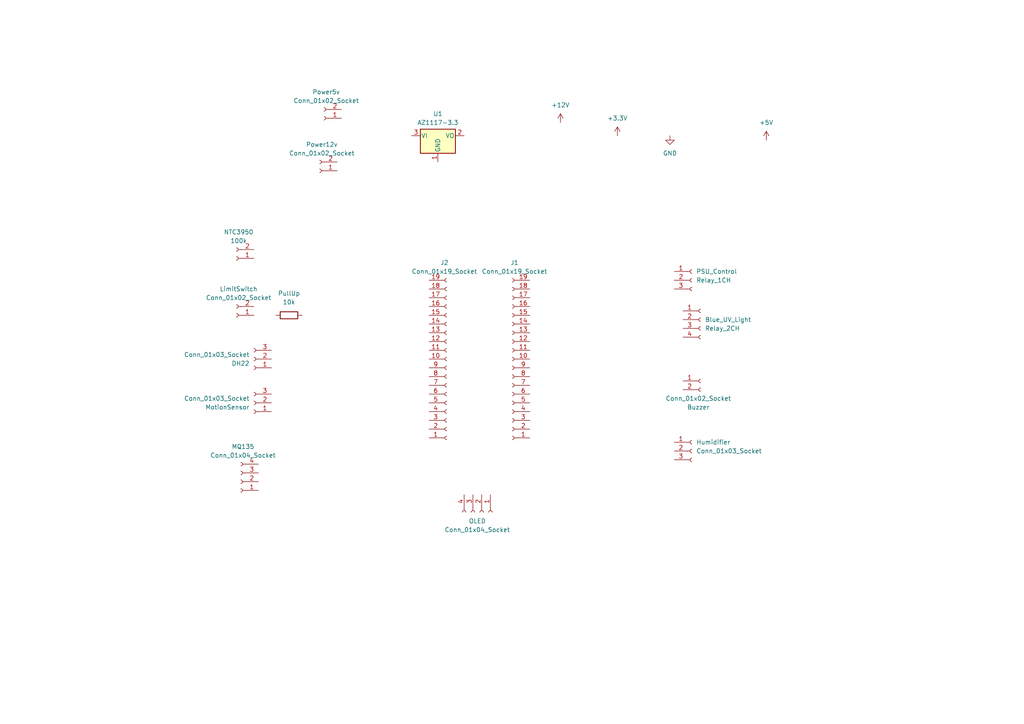
<source format=kicad_sch>
(kicad_sch (version 20230121) (generator eeschema)
  (paper "A4")
  (lib_symbols
    (symbol "Connector:Conn_01x02_Socket" (pin_names (offset 1.016) hide)
      (property "Reference" "J" (at 0 2.54 0))
      (property "Value" "Conn_01x02_Socket" (at 0 -5.08 0))
      (symbol "Conn_01x02_Socket_1_1"
        (arc (start 0 -2.032) (mid -0.5058 -2.54) (end 0 -3.048) (stroke (width 0.1524)))
        (polyline (pts (xy -1.27 -2.54) (xy -0.508 -2.54)) (stroke (width 0.1524)))
        (polyline (pts (xy -1.27 0) (xy -0.508 0)) (stroke (width 0.1524)))
        (arc (start 0 0.508) (mid -0.5058 0) (end 0 -0.508) (stroke (width 0.1524)))
        (pin passive line (at -5.08 0 0) (length 3.81) (name "Pin_1") (number "1"))
        (pin passive line (at -5.08 -2.54 0) (length 3.81) (name "Pin_2") (number "2"))
      )
    )
    (symbol "Connector:Conn_01x03_Socket" (pin_names (offset 1.016) hide)
      (property "Reference" "J" (at 0 5.08 0))
      (property "Value" "Conn_01x03_Socket" (at 0 -5.08 0))
      (symbol "Conn_01x03_Socket_1_1"
        (arc (start 0 -2.032) (mid -0.5058 -2.54) (end 0 -3.048) (stroke (width 0.1524)))
        (polyline (pts (xy -1.27 -2.54) (xy -0.508 -2.54)) (stroke (width 0.1524)))
        (polyline (pts (xy -1.27 0) (xy -0.508 0)) (stroke (width 0.1524)))
        (polyline (pts (xy -1.27 2.54) (xy -0.508 2.54)) (stroke (width 0.1524)))
        (arc (start 0 0.508) (mid -0.5058 0) (end 0 -0.508) (stroke (width 0.1524)))
        (arc (start 0 3.048) (mid -0.5058 2.54) (end 0 2.032) (stroke (width 0.1524)))
        (pin passive line (at -5.08 2.54 0) (length 3.81) (name "Pin_1") (number "1"))
        (pin passive line (at -5.08 0 0) (length 3.81) (name "Pin_2") (number "2"))
        (pin passive line (at -5.08 -2.54 0) (length 3.81) (name "Pin_3") (number "3"))
      )
    )
    (symbol "Connector:Conn_01x04_Socket" (pin_names (offset 1.016) hide)
      (property "Reference" "J" (at 0 5.08 0))
      (property "Value" "Conn_01x04_Socket" (at 0 -7.62 0))
      (symbol "Conn_01x04_Socket_1_1"
        (arc (start 0 -4.572) (mid -0.5058 -5.08) (end 0 -5.588) (stroke (width 0.1524)))
        (arc (start 0 -2.032) (mid -0.5058 -2.54) (end 0 -3.048) (stroke (width 0.1524)))
        (polyline (pts (xy -1.27 -5.08) (xy -0.508 -5.08)) (stroke (width 0.1524)))
        (polyline (pts (xy -1.27 -2.54) (xy -0.508 -2.54)) (stroke (width 0.1524)))
        (polyline (pts (xy -1.27 0) (xy -0.508 0)) (stroke (width 0.1524)))
        (polyline (pts (xy -1.27 2.54) (xy -0.508 2.54)) (stroke (width 0.1524)))
        (arc (start 0 0.508) (mid -0.5058 0) (end 0 -0.508) (stroke (width 0.1524)))
        (arc (start 0 3.048) (mid -0.5058 2.54) (end 0 2.032) (stroke (width 0.1524)))
        (pin passive line (at -5.08 2.54 0) (length 3.81) (name "Pin_1") (number "1"))
        (pin passive line (at -5.08 0 0) (length 3.81) (name "Pin_2") (number "2"))
        (pin passive line (at -5.08 -2.54 0) (length 3.81) (name "Pin_3") (number "3"))
        (pin passive line (at -5.08 -5.08 0) (length 3.81) (name "Pin_4") (number "4"))
      )
    )
    (symbol "Connector:Conn_01x19_Socket" (pin_names (offset 1.016) hide)
      (property "Reference" "J" (at 0 25.4 0))
      (property "Value" "Conn_01x19_Socket" (at 0 -25.4 0))
      (symbol "Conn_01x19_Socket_1_1"
        (arc (start 0 -22.352) (mid -0.5058 -22.86) (end 0 -23.368) (stroke (width 0.1524)))
        (arc (start 0 -19.812) (mid -0.5058 -20.32) (end 0 -20.828) (stroke (width 0.1524)))
        (arc (start 0 -17.272) (mid -0.5058 -17.78) (end 0 -18.288) (stroke (width 0.1524)))
        (arc (start 0 -14.732) (mid -0.5058 -15.24) (end 0 -15.748) (stroke (width 0.1524)))
        (arc (start 0 -12.192) (mid -0.5058 -12.7) (end 0 -13.208) (stroke (width 0.1524)))
        (arc (start 0 -9.652) (mid -0.5058 -10.16) (end 0 -10.668) (stroke (width 0.1524)))
        (arc (start 0 -7.112) (mid -0.5058 -7.62) (end 0 -8.128) (stroke (width 0.1524)))
        (arc (start 0 -4.572) (mid -0.5058 -5.08) (end 0 -5.588) (stroke (width 0.1524)))
        (arc (start 0 -2.032) (mid -0.5058 -2.54) (end 0 -3.048) (stroke (width 0.1524)))
        (polyline (pts (xy -1.27 -22.86) (xy -0.508 -22.86)) (stroke (width 0.1524)))
        (polyline (pts (xy -1.27 -20.32) (xy -0.508 -20.32)) (stroke (width 0.1524)))
        (polyline (pts (xy -1.27 -17.78) (xy -0.508 -17.78)) (stroke (width 0.1524)))
        (polyline (pts (xy -1.27 -15.24) (xy -0.508 -15.24)) (stroke (width 0.1524)))
        (polyline (pts (xy -1.27 -12.7) (xy -0.508 -12.7)) (stroke (width 0.1524)))
        (polyline (pts (xy -1.27 -10.16) (xy -0.508 -10.16)) (stroke (width 0.1524)))
        (polyline (pts (xy -1.27 -7.62) (xy -0.508 -7.62)) (stroke (width 0.1524)))
        (polyline (pts (xy -1.27 -5.08) (xy -0.508 -5.08)) (stroke (width 0.1524)))
        (polyline (pts (xy -1.27 -2.54) (xy -0.508 -2.54)) (stroke (width 0.1524)))
        (polyline (pts (xy -1.27 0) (xy -0.508 0)) (stroke (width 0.1524)))
        (polyline (pts (xy -1.27 2.54) (xy -0.508 2.54)) (stroke (width 0.1524)))
        (polyline (pts (xy -1.27 5.08) (xy -0.508 5.08)) (stroke (width 0.1524)))
        (polyline (pts (xy -1.27 7.62) (xy -0.508 7.62)) (stroke (width 0.1524)))
        (polyline (pts (xy -1.27 10.16) (xy -0.508 10.16)) (stroke (width 0.1524)))
        (polyline (pts (xy -1.27 12.7) (xy -0.508 12.7)) (stroke (width 0.1524)))
        (polyline (pts (xy -1.27 15.24) (xy -0.508 15.24)) (stroke (width 0.1524)))
        (polyline (pts (xy -1.27 17.78) (xy -0.508 17.78)) (stroke (width 0.1524)))
        (polyline (pts (xy -1.27 20.32) (xy -0.508 20.32)) (stroke (width 0.1524)))
        (polyline (pts (xy -1.27 22.86) (xy -0.508 22.86)) (stroke (width 0.1524)))
        (arc (start 0 0.508) (mid -0.5058 0) (end 0 -0.508) (stroke (width 0.1524)))
        (arc (start 0 3.048) (mid -0.5058 2.54) (end 0 2.032) (stroke (width 0.1524)))
        (arc (start 0 5.588) (mid -0.5058 5.08) (end 0 4.572) (stroke (width 0.1524)))
        (arc (start 0 8.128) (mid -0.5058 7.62) (end 0 7.112) (stroke (width 0.1524)))
        (arc (start 0 10.668) (mid -0.5058 10.16) (end 0 9.652) (stroke (width 0.1524)))
        (arc (start 0 13.208) (mid -0.5058 12.7) (end 0 12.192) (stroke (width 0.1524)))
        (arc (start 0 15.748) (mid -0.5058 15.24) (end 0 14.732) (stroke (width 0.1524)))
        (arc (start 0 18.288) (mid -0.5058 17.78) (end 0 17.272) (stroke (width 0.1524)))
        (arc (start 0 20.828) (mid -0.5058 20.32) (end 0 19.812) (stroke (width 0.1524)))
        (arc (start 0 23.368) (mid -0.5058 22.86) (end 0 22.352) (stroke (width 0.1524)))
        (pin passive line (at -5.08 22.86 0) (length 3.81) (name "Pin_1") (number "1"))
        (pin passive line (at -5.08 0 0) (length 3.81) (name "Pin_10") (number "10"))
        (pin passive line (at -5.08 -2.54 0) (length 3.81) (name "Pin_11") (number "11"))
        (pin passive line (at -5.08 -5.08 0) (length 3.81) (name "Pin_12") (number "12"))
        (pin passive line (at -5.08 -7.62 0) (length 3.81) (name "Pin_13") (number "13"))
        (pin passive line (at -5.08 -10.16 0) (length 3.81) (name "Pin_14") (number "14"))
        (pin passive line (at -5.08 -12.7 0) (length 3.81) (name "Pin_15") (number "15"))
        (pin passive line (at -5.08 -15.24 0) (length 3.81) (name "Pin_16") (number "16"))
        (pin passive line (at -5.08 -17.78 0) (length 3.81) (name "Pin_17") (number "17"))
        (pin passive line (at -5.08 -20.32 0) (length 3.81) (name "Pin_18") (number "18"))
        (pin passive line (at -5.08 -22.86 0) (length 3.81) (name "Pin_19") (number "19"))
        (pin passive line (at -5.08 20.32 0) (length 3.81) (name "Pin_2") (number "2"))
        (pin passive line (at -5.08 17.78 0) (length 3.81) (name "Pin_3") (number "3"))
        (pin passive line (at -5.08 15.24 0) (length 3.81) (name "Pin_4") (number "4"))
        (pin passive line (at -5.08 12.7 0) (length 3.81) (name "Pin_5") (number "5"))
        (pin passive line (at -5.08 10.16 0) (length 3.81) (name "Pin_6") (number "6"))
        (pin passive line (at -5.08 7.62 0) (length 3.81) (name "Pin_7") (number "7"))
        (pin passive line (at -5.08 5.08 0) (length 3.81) (name "Pin_8") (number "8"))
        (pin passive line (at -5.08 2.54 0) (length 3.81) (name "Pin_9") (number "9"))
      )
    )
    (symbol "Device:R" (pin_numbers hide) (pin_names (offset 0))
      (property "Reference" "R" (at 2.032 0 90))
      (property "Value" "R" (at 0 0 90))
      (symbol "R_0_1"
        (rectangle (start -1.016 -2.54) (end 1.016 2.54) (stroke (width 0.254)))
      )
      (symbol "R_1_1"
        (pin passive line (at 0 3.81 270) (length 1.27) (name "~") (number "1"))
        (pin passive line (at 0 -3.81 90) (length 1.27) (name "~") (number "2"))
      )
    )
    (symbol "Regulator_Linear:AZ1117-3.3" (pin_names (offset 0.254))
      (property "Reference" "U" (at -3.81 3.175 0))
      (property "Value" "AZ1117-3.3" (at 0 3.175 0))
      (symbol "AZ1117-3.3_0_1"
        (rectangle (start -5.08 1.905) (end 5.08 -5.08) (stroke (width 0.254)) (fill (type background)))
      )
      (symbol "AZ1117-3.3_1_1"
        (pin power_in line (at 0 -7.62 90) (length 2.54) (name "GND") (number "1"))
        (pin power_out line (at 7.62 0 180) (length 2.54) (name "VO") (number "2"))
        (pin power_in line (at -7.62 0 0) (length 2.54) (name "VI") (number "3"))
      )
    )
    (symbol "power:+12V" (power) (pin_names (offset 0))
      (property "Value" "+12V" (at 0 3.556 0))
      (symbol "+12V_0_1"
        (polyline (pts (xy -0.762 1.27) (xy 0 2.54)))
        (polyline (pts (xy 0 0) (xy 0 2.54)))
        (polyline (pts (xy 0 2.54) (xy 0.762 1.27)))
      )
      (symbol "+12V_1_1"
        (pin power_in line (at 0 0 90) (length 0) hide (name "+12V") (number "1"))
      )
    )
    (symbol "power:+3.3V" (power) (pin_names (offset 0))
      (property "Value" "+3.3V" (at 0 3.556 0))
      (symbol "+3.3V_0_1"
        (polyline (pts (xy -0.762 1.27) (xy 0 2.54)))
        (polyline (pts (xy 0 0) (xy 0 2.54)))
        (polyline (pts (xy 0 2.54) (xy 0.762 1.27)))
      )
      (symbol "+3.3V_1_1"
        (pin power_in line (at 0 0 90) (length 0) hide (name "+3.3V") (number "1"))
      )
    )
    (symbol "power:+5V" (power) (pin_names (offset 0))
      (property "Value" "+5V" (at 0 3.556 0))
      (symbol "+5V_0_1"
        (polyline (pts (xy -0.762 1.27) (xy 0 2.54)))
        (polyline (pts (xy 0 0) (xy 0 2.54)))
        (polyline (pts (xy 0 2.54) (xy 0.762 1.27)))
      )
      (symbol "+5V_1_1"
        (pin power_in line (at 0 0 90) (length 0) hide (name "+5V") (number "1"))
      )
    )
    (symbol "power:GND" (power) (pin_names (offset 0))
      (property "Value" "GND" (at 0 -3.81 0))
      (symbol "GND_0_1"
        (polyline (pts (xy 0 0) (xy 0 -1.27) (xy 1.27 -1.27) (xy 0 -2.54) (xy -1.27 -1.27) (xy 0 -1.27)))
      )
      (symbol "GND_1_1"
        (pin power_in line (at 0 0 270) (length 0) hide (name "GND") (number "1"))
      )
    )
  )
  (symbol (lib_id "Connector:Conn_01x04_Socket") (at 139.7 148.59 270) (unit 1)
    (property "Reference" "OLED" (at 138.43 151.13 90))
    (property "Value" "Conn_01x04_Socket" (at 138.43 153.67 90))
    (property "Footprint" "Connector_JST:JST_EH_B4B-EH-A_1x04_P2.50mm_Vertical" (effects hide))
  )
  (symbol (lib_id "Connector:Conn_01x04_Socket") (at 203.2 92.71 0) (unit 1)
    (property "Reference" "Blue_UV_Light" (at 204.47 92.71 0) (effects (justify left)))
    (property "Value" "Relay_2CH" (at 204.47 95.25 0) (effects (justify left)))
    (property "Footprint" "Connector_JST:JST_EH_B4B-EH-A_1x04_P2.50mm_Vertical" (effects hide))
  )
  (symbol (lib_id "Connector:Conn_01x02_Socket") (at 93.98 34.29 180) (unit 1)
    (property "Reference" "Power5v" (at 94.615 26.67 0))
    (property "Value" "Conn_01x02_Socket" (at 94.615 29.21 0))
    (property "Footprint" "Connector_JST:JST_EH_B2B-EH-A_1x02_P2.50mm_Vertical" (effects hide))
  )
  (symbol (lib_id "power:GND") (at 194.31 39.37 0) (unit 1)
    (property "Reference" "#PWR04" (effects hide))
    (property "Value" "GND" (at 194.31 44.45 0))
  )
  (symbol (lib_id "Connector:Conn_01x19_Socket") (at 129.54 104.14 0) (mirror x) (unit 1)
    (property "Reference" "J2" (at 128.905 76.2 0))
    (property "Value" "Conn_01x19_Socket" (at 128.905 78.74 0))
  )
  (symbol (lib_id "Connector:Conn_01x03_Socket") (at 200.66 130.81 0) (unit 1)
    (property "Reference" "Humidifier" (at 201.93 128.27 0) (effects (justify left)))
    (property "Value" "Conn_01x03_Socket" (at 201.93 130.81 0) (effects (justify left)))
    (property "Footprint" "Connector_JST:JST_EH_B3B-EH-A_1x03_P2.50mm_Vertical" (effects hide))
  )
  (symbol (lib_id "Connector:Conn_01x03_Socket") (at 73.66 104.14 180) (unit 1)
    (property "Reference" "DH22" (at 72.39 105.41 0) (effects (justify left)))
    (property "Value" "Conn_01x03_Socket" (at 72.39 102.87 0) (effects (justify left)))
    (property "Footprint" "Connector_JST:JST_EH_B3B-EH-A_1x03_P2.50mm_Vertical" (effects hide))
  )
  (symbol (lib_id "power:+3.3V") (at 179.07 39.37 0) (unit 1)
    (property "Reference" "#PWR02" (effects hide))
    (property "Value" "+3.3V" (at 179.07 34.29 0))
  )
  (symbol (lib_id "Connector:Conn_01x19_Socket") (at 148.59 104.14 180) (unit 1)
    (property "Reference" "J1" (at 149.225 76.2 0))
    (property "Value" "Conn_01x19_Socket" (at 149.225 78.74 0))
  )
  (symbol (lib_id "Device:R") (at 83.82 91.44 90) (unit 1)
    (property "Reference" "PullUp" (at 83.82 85.09 90))
    (property "Value" "10k" (at 83.82 87.63 90))
    (property "Footprint" "Resistor_THT:R_Axial_DIN0207_L6.3mm_D2.5mm_P7.62mm_Horizontal" (effects hide))
  )
  (symbol (lib_id "Regulator_Linear:AZ1117-3.3") (at 127 39.37 0) (unit 1)
    (property "Reference" "U1" (at 127 33.02 0))
    (property "Value" "AZ1117-3.3" (at 127 35.56 0))
    (property "Footprint" "Package_TO_SOT_THT:TO-220-3_Vertical" (effects hide))
    (property "Datasheet" "https://www.diodes.com/assets/Datasheets/AZ1117.pdf" (effects hide))
  )
  (symbol (lib_id "Connector:Conn_01x04_Socket") (at 69.85 139.7 180) (unit 1)
    (property "Reference" "MQ135" (at 70.485 129.54 0))
    (property "Value" "Conn_01x04_Socket" (at 70.485 132.08 0))
    (property "Footprint" "Connector_JST:JST_EH_B4B-EH-A_1x04_P2.50mm_Vertical" (effects hide))
  )
  (symbol (lib_id "Connector:Conn_01x02_Socket") (at 68.58 91.44 180) (unit 1)
    (property "Reference" "LimitSwitch" (at 69.215 83.82 0))
    (property "Value" "Conn_01x02_Socket" (at 69.215 86.36 0))
    (property "Footprint" "Connector_JST:JST_EH_B2B-EH-A_1x02_P2.50mm_Vertical" (effects hide))
  )
  (symbol (lib_id "power:+12V") (at 162.56 35.56 0) (unit 1)
    (property "Reference" "#PWR01" (effects hide))
    (property "Value" "+12V" (at 162.56 30.48 0))
  )
  (symbol (lib_id "Connector:Conn_01x02_Socket") (at 92.71 49.53 180) (unit 1)
    (property "Reference" "Power12v" (at 93.345 41.91 0))
    (property "Value" "Conn_01x02_Socket" (at 93.345 44.45 0))
    (property "Footprint" "Connector_JST:JST_EH_B2B-EH-A_1x02_P2.50mm_Vertical" (effects hide))
  )
  (symbol (lib_id "Connector:Conn_01x03_Socket") (at 73.66 116.84 180) (unit 1)
    (property "Reference" "MotionSensor" (at 72.39 118.11 0) (effects (justify left)))
    (property "Value" "Conn_01x03_Socket" (at 72.39 115.57 0) (effects (justify left)))
    (property "Footprint" "Connector_JST:JST_EH_B3B-EH-A_1x03_P2.50mm_Vertical" (effects hide))
  )
  (symbol (lib_id "Connector:Conn_01x02_Socket") (at 68.58 74.93 180) (unit 1)
    (property "Reference" "NTC3950" (at 69.215 67.31 0))
    (property "Value" "100k" (at 69.215 69.85 0))
    (property "Footprint" "Connector_JST:JST_EH_B2B-EH-A_1x02_P2.50mm_Vertical" (effects hide))
  )
  (symbol (lib_id "Connector:Conn_01x02_Socket") (at 203.2 110.49 0) (unit 1)
    (property "Reference" "Buzzer" (at 202.565 118.11 0))
    (property "Value" "Conn_01x02_Socket" (at 202.565 115.57 0))
    (property "Footprint" "Connector_JST:JST_EH_B2B-EH-A_1x02_P2.50mm_Vertical" (effects hide))
  )
  (symbol (lib_id "power:+5V") (at 222.25 40.64 0) (unit 1)
    (property "Reference" "#PWR03" (effects hide))
    (property "Value" "+5V" (at 222.25 35.56 0))
  )
  (symbol (lib_id "Connector:Conn_01x03_Socket") (at 200.66 81.28 0) (unit 1)
    (property "Reference" "PSU_Control" (at 201.93 78.74 0) (effects (justify left)))
    (property "Value" "Relay_1CH" (at 201.93 81.28 0) (effects (justify left)))
    (property "Footprint" "Connector_JST:JST_EH_B3B-EH-A_1x03_P2.50mm_Vertical" (effects hide))
  )
)
</source>
